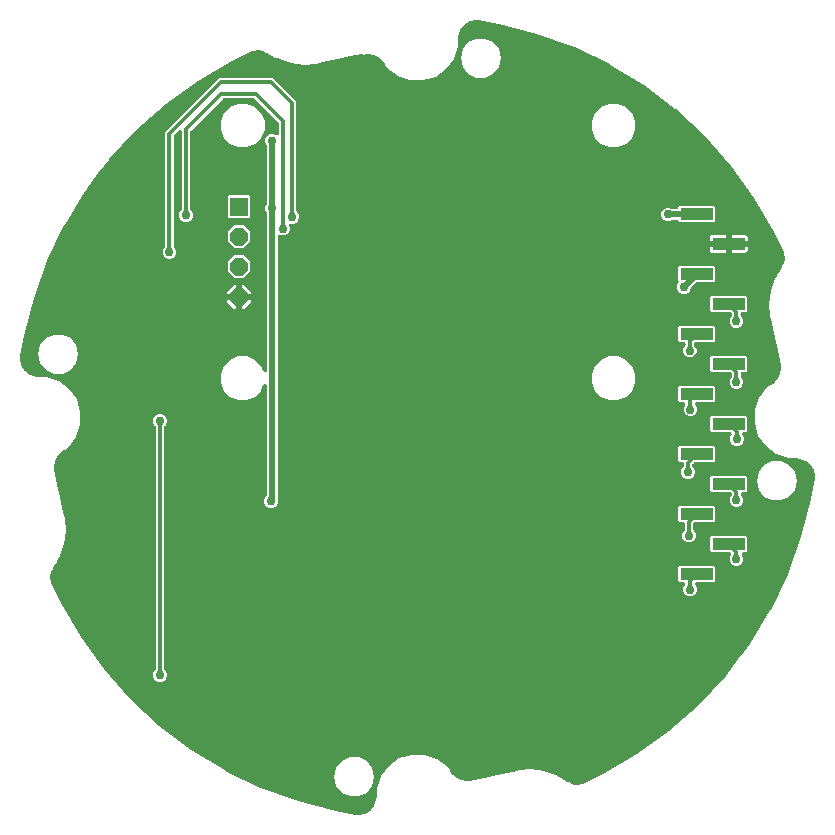
<source format=gbr>
G04 EAGLE Gerber RS-274X export*
G75*
%MOMM*%
%FSLAX34Y34*%
%LPD*%
%INBottom Copper*%
%IPPOS*%
%AMOC8*
5,1,8,0,0,1.08239X$1,22.5*%
G01*
%ADD10R,1.524000X1.524000*%
%ADD11P,1.649562X8X292.500000*%
%ADD12R,2.700000X1.020000*%
%ADD13C,0.756400*%
%ADD14C,0.500000*%
%ADD15C,0.300000*%

G36*
X450466Y163391D02*
X450466Y163391D01*
X450496Y163392D01*
X450510Y163396D01*
X450537Y163399D01*
X455257Y164310D01*
X455405Y164357D01*
X455555Y164400D01*
X455575Y164410D01*
X455586Y164414D01*
X455611Y164429D01*
X455738Y164493D01*
X459871Y166946D01*
X459996Y167041D01*
X460121Y167132D01*
X460137Y167148D01*
X460146Y167156D01*
X460164Y167177D01*
X460262Y167281D01*
X463322Y170988D01*
X463407Y171119D01*
X463495Y171247D01*
X463504Y171268D01*
X463510Y171278D01*
X463520Y171305D01*
X463577Y171435D01*
X465203Y175959D01*
X465224Y176048D01*
X465254Y176134D01*
X465275Y176266D01*
X465282Y176295D01*
X465282Y176310D01*
X465286Y176337D01*
X465494Y178740D01*
X465493Y178774D01*
X465499Y178869D01*
X465499Y185543D01*
X468972Y196071D01*
X475568Y204982D01*
X484623Y211378D01*
X495226Y214616D01*
X506310Y214369D01*
X516758Y210662D01*
X525520Y203870D01*
X527228Y201333D01*
X527721Y200601D01*
X528616Y199272D01*
X528636Y199248D01*
X528678Y199187D01*
X529882Y197644D01*
X529920Y197605D01*
X529952Y197561D01*
X530100Y197418D01*
X533090Y194908D01*
X533180Y194849D01*
X533264Y194783D01*
X533351Y194736D01*
X533379Y194718D01*
X533401Y194710D01*
X533445Y194687D01*
X537012Y193100D01*
X537114Y193068D01*
X537213Y193027D01*
X537310Y193007D01*
X537342Y192997D01*
X537366Y192995D01*
X537414Y192985D01*
X541281Y192445D01*
X541336Y192444D01*
X541390Y192434D01*
X541595Y192434D01*
X543547Y192573D01*
X543580Y192579D01*
X543674Y192588D01*
X552915Y194043D01*
X552937Y194049D01*
X552982Y194055D01*
X571312Y197802D01*
X571334Y197809D01*
X571379Y197817D01*
X580450Y200104D01*
X580458Y200107D01*
X580472Y200110D01*
X581090Y200276D01*
X585659Y201502D01*
X596377Y202207D01*
X607026Y200807D01*
X617197Y197356D01*
X619695Y195913D01*
X619696Y195913D01*
X622054Y194551D01*
X624000Y193428D01*
X626807Y191807D01*
X626808Y191807D01*
X627839Y191212D01*
X627869Y191199D01*
X627944Y191156D01*
X629952Y190201D01*
X629972Y190194D01*
X629991Y190183D01*
X630043Y190167D01*
X630092Y190143D01*
X630267Y190093D01*
X630279Y190089D01*
X630283Y190089D01*
X630290Y190087D01*
X634630Y189182D01*
X634764Y189170D01*
X634899Y189151D01*
X634950Y189153D01*
X634974Y189151D01*
X635007Y189156D01*
X635104Y189160D01*
X639509Y189657D01*
X639583Y189674D01*
X639659Y189682D01*
X639833Y189732D01*
X639846Y189735D01*
X639849Y189737D01*
X639856Y189739D01*
X641944Y190503D01*
X641973Y190518D01*
X642088Y190564D01*
X657098Y197908D01*
X657125Y197925D01*
X657196Y197960D01*
X686041Y214821D01*
X686068Y214841D01*
X686165Y214902D01*
X713210Y234519D01*
X713235Y234542D01*
X713325Y234612D01*
X738308Y256797D01*
X738330Y256822D01*
X738414Y256900D01*
X761091Y281437D01*
X761111Y281463D01*
X761186Y281550D01*
X774307Y298901D01*
X775440Y300400D01*
X776574Y301899D01*
X776574Y301900D01*
X777708Y303399D01*
X778841Y304898D01*
X778842Y304898D01*
X781338Y308200D01*
X781355Y308228D01*
X781421Y308322D01*
X798852Y336826D01*
X798866Y336856D01*
X798923Y336955D01*
X813463Y367037D01*
X813474Y367068D01*
X813521Y367173D01*
X825030Y398539D01*
X825037Y398572D01*
X825074Y398680D01*
X833439Y431027D01*
X833443Y431059D01*
X833462Y431136D01*
X836439Y447579D01*
X836441Y447609D01*
X836442Y447612D01*
X836449Y447641D01*
X836453Y447693D01*
X836460Y447744D01*
X836624Y450151D01*
X836620Y450242D01*
X836626Y450333D01*
X836609Y450466D01*
X836608Y450496D01*
X836604Y450510D01*
X836601Y450537D01*
X835690Y455257D01*
X835643Y455405D01*
X835600Y455555D01*
X835590Y455575D01*
X835586Y455586D01*
X835571Y455611D01*
X835507Y455738D01*
X833054Y459871D01*
X832959Y459995D01*
X832868Y460121D01*
X832852Y460137D01*
X832844Y460146D01*
X832823Y460164D01*
X832719Y460262D01*
X829012Y463322D01*
X828881Y463407D01*
X828753Y463495D01*
X828732Y463504D01*
X828722Y463510D01*
X828695Y463520D01*
X828565Y463577D01*
X824041Y465203D01*
X823952Y465224D01*
X823866Y465254D01*
X823734Y465275D01*
X823705Y465282D01*
X823690Y465282D01*
X823663Y465286D01*
X821260Y465494D01*
X821226Y465493D01*
X821131Y465499D01*
X814457Y465499D01*
X803929Y468972D01*
X795018Y475568D01*
X788622Y484623D01*
X785384Y495226D01*
X785631Y506310D01*
X789338Y516758D01*
X796130Y525520D01*
X800728Y528616D01*
X800751Y528636D01*
X800813Y528678D01*
X802356Y529882D01*
X802395Y529920D01*
X802439Y529952D01*
X802582Y530100D01*
X805092Y533090D01*
X805151Y533180D01*
X805217Y533264D01*
X805264Y533351D01*
X805282Y533379D01*
X805290Y533401D01*
X805313Y533445D01*
X806900Y537012D01*
X806932Y537114D01*
X806973Y537213D01*
X806993Y537310D01*
X807003Y537342D01*
X807005Y537366D01*
X807015Y537414D01*
X807555Y541281D01*
X807556Y541336D01*
X807566Y541390D01*
X807566Y541595D01*
X807427Y543547D01*
X807421Y543580D01*
X807412Y543673D01*
X805957Y552915D01*
X805951Y552937D01*
X805945Y552982D01*
X802198Y571312D01*
X802191Y571334D01*
X802183Y571379D01*
X799896Y580450D01*
X799893Y580458D01*
X799890Y580472D01*
X799882Y580503D01*
X798498Y585659D01*
X797793Y596377D01*
X799193Y607026D01*
X802644Y617197D01*
X804087Y619695D01*
X804087Y619696D01*
X805440Y622040D01*
X806572Y623999D01*
X806572Y624000D01*
X808642Y627585D01*
X808788Y627839D01*
X808801Y627869D01*
X808844Y627944D01*
X809799Y629952D01*
X809824Y630024D01*
X809857Y630092D01*
X809906Y630266D01*
X809911Y630279D01*
X809911Y630283D01*
X809913Y630290D01*
X810818Y634630D01*
X810830Y634764D01*
X810849Y634899D01*
X810847Y634950D01*
X810849Y634974D01*
X810844Y635007D01*
X810840Y635104D01*
X810343Y639509D01*
X810326Y639583D01*
X810318Y639659D01*
X810268Y639833D01*
X810265Y639846D01*
X810263Y639849D01*
X810261Y639856D01*
X809497Y641944D01*
X809483Y641973D01*
X809436Y642088D01*
X802092Y657098D01*
X802075Y657125D01*
X802040Y657196D01*
X785179Y686041D01*
X785159Y686068D01*
X785098Y686165D01*
X765481Y713210D01*
X765458Y713235D01*
X765388Y713325D01*
X743203Y738308D01*
X743178Y738330D01*
X743100Y738414D01*
X718563Y761091D01*
X718537Y761111D01*
X718450Y761186D01*
X691800Y781338D01*
X691772Y781355D01*
X691678Y781421D01*
X663174Y798852D01*
X663144Y798866D01*
X663045Y798923D01*
X632963Y813463D01*
X632932Y813474D01*
X632827Y813521D01*
X601461Y825030D01*
X601428Y825037D01*
X601320Y825074D01*
X568973Y833439D01*
X568941Y833443D01*
X568864Y833462D01*
X552421Y836439D01*
X552392Y836441D01*
X552256Y836460D01*
X549849Y836624D01*
X549758Y836620D01*
X549667Y836626D01*
X549534Y836609D01*
X549504Y836608D01*
X549490Y836604D01*
X549463Y836601D01*
X544743Y835690D01*
X544595Y835643D01*
X544445Y835600D01*
X544425Y835590D01*
X544414Y835586D01*
X544389Y835571D01*
X544262Y835507D01*
X540129Y833054D01*
X540005Y832959D01*
X539879Y832868D01*
X539863Y832852D01*
X539854Y832844D01*
X539836Y832823D01*
X539738Y832719D01*
X536678Y829012D01*
X536593Y828881D01*
X536505Y828753D01*
X536496Y828732D01*
X536490Y828722D01*
X536480Y828695D01*
X536423Y828565D01*
X534797Y824041D01*
X534776Y823952D01*
X534746Y823866D01*
X534725Y823734D01*
X534718Y823705D01*
X534718Y823690D01*
X534714Y823663D01*
X534506Y821260D01*
X534507Y821226D01*
X534501Y821131D01*
X534501Y814457D01*
X531028Y803929D01*
X524432Y795018D01*
X515377Y788622D01*
X504774Y785384D01*
X493690Y785631D01*
X483242Y789338D01*
X474480Y796130D01*
X472772Y798667D01*
X472092Y799676D01*
X471384Y800728D01*
X471364Y800751D01*
X471322Y800813D01*
X470118Y802356D01*
X470080Y802395D01*
X470048Y802439D01*
X469900Y802582D01*
X466910Y805092D01*
X466820Y805151D01*
X466737Y805217D01*
X466649Y805264D01*
X466621Y805282D01*
X466599Y805290D01*
X466555Y805313D01*
X462988Y806900D01*
X462886Y806932D01*
X462787Y806973D01*
X462690Y806993D01*
X462658Y807003D01*
X462634Y807005D01*
X462586Y807015D01*
X458719Y807555D01*
X458664Y807556D01*
X458610Y807566D01*
X458405Y807566D01*
X456453Y807427D01*
X456423Y807421D01*
X456349Y807416D01*
X454503Y807154D01*
X453984Y807544D01*
X453854Y807620D01*
X453726Y807700D01*
X453704Y807707D01*
X453685Y807718D01*
X453541Y807763D01*
X453398Y807811D01*
X453376Y807813D01*
X453355Y807820D01*
X453204Y807830D01*
X453054Y807844D01*
X453025Y807842D01*
X453010Y807843D01*
X452979Y807838D01*
X452850Y807826D01*
X446923Y806893D01*
X446901Y806887D01*
X446856Y806881D01*
X428469Y803123D01*
X428448Y803116D01*
X428403Y803108D01*
X419303Y800813D01*
X419296Y800810D01*
X419281Y800808D01*
X417261Y800265D01*
X414185Y799440D01*
X403654Y798747D01*
X393191Y800122D01*
X383197Y803514D01*
X381602Y804435D01*
X381475Y804490D01*
X381349Y804551D01*
X381316Y804558D01*
X381285Y804572D01*
X381148Y804596D01*
X381012Y804627D01*
X380978Y804627D01*
X380945Y804633D01*
X380806Y804625D01*
X380666Y804624D01*
X380622Y804615D01*
X380599Y804614D01*
X380567Y804604D01*
X380465Y804584D01*
X379767Y804397D01*
X372805Y808417D01*
X372161Y808788D01*
X372131Y808801D01*
X372056Y808844D01*
X370048Y809799D01*
X369976Y809824D01*
X369908Y809857D01*
X369734Y809906D01*
X369721Y809911D01*
X369717Y809911D01*
X369710Y809913D01*
X365370Y810818D01*
X365236Y810830D01*
X365101Y810849D01*
X365050Y810847D01*
X365026Y810849D01*
X364993Y810844D01*
X364896Y810840D01*
X360491Y810343D01*
X360417Y810326D01*
X360341Y810318D01*
X360167Y810268D01*
X360154Y810265D01*
X360151Y810263D01*
X360144Y810261D01*
X358056Y809497D01*
X358027Y809483D01*
X357912Y809436D01*
X342902Y802092D01*
X342875Y802075D01*
X342804Y802040D01*
X313959Y785179D01*
X313932Y785159D01*
X313835Y785098D01*
X286790Y765481D01*
X286765Y765458D01*
X286675Y765388D01*
X261692Y743203D01*
X261670Y743178D01*
X261586Y743100D01*
X238909Y718563D01*
X238889Y718537D01*
X238814Y718450D01*
X234693Y713001D01*
X233560Y711501D01*
X232426Y710002D01*
X221089Y695010D01*
X219955Y693510D01*
X218662Y691800D01*
X218645Y691772D01*
X218579Y691678D01*
X201148Y663174D01*
X201134Y663144D01*
X201077Y663045D01*
X186537Y632963D01*
X186526Y632932D01*
X186479Y632827D01*
X174970Y601461D01*
X174963Y601428D01*
X174926Y601320D01*
X166561Y568973D01*
X166557Y568941D01*
X166538Y568864D01*
X163561Y552421D01*
X163559Y552391D01*
X163558Y552388D01*
X163551Y552359D01*
X163547Y552307D01*
X163540Y552256D01*
X163376Y549849D01*
X163380Y549758D01*
X163374Y549667D01*
X163391Y549534D01*
X163392Y549504D01*
X163396Y549490D01*
X163399Y549463D01*
X164310Y544743D01*
X164357Y544595D01*
X164400Y544445D01*
X164410Y544425D01*
X164414Y544414D01*
X164429Y544389D01*
X164493Y544262D01*
X166946Y540129D01*
X167041Y540004D01*
X167132Y539879D01*
X167148Y539863D01*
X167156Y539854D01*
X167177Y539836D01*
X167281Y539738D01*
X170988Y536678D01*
X171119Y536593D01*
X171247Y536505D01*
X171268Y536496D01*
X171278Y536490D01*
X171305Y536480D01*
X171435Y536423D01*
X175959Y534797D01*
X176048Y534776D01*
X176134Y534746D01*
X176266Y534725D01*
X176295Y534718D01*
X176310Y534718D01*
X176337Y534714D01*
X178740Y534506D01*
X178774Y534507D01*
X178869Y534501D01*
X185543Y534501D01*
X196071Y531028D01*
X204982Y524432D01*
X211378Y515377D01*
X214616Y504774D01*
X214369Y493690D01*
X210662Y483242D01*
X203870Y474480D01*
X201333Y472772D01*
X200597Y472276D01*
X199272Y471384D01*
X199248Y471364D01*
X199187Y471322D01*
X197644Y470118D01*
X197605Y470080D01*
X197561Y470048D01*
X197418Y469900D01*
X194908Y466910D01*
X194849Y466820D01*
X194783Y466736D01*
X194736Y466649D01*
X194718Y466621D01*
X194710Y466599D01*
X194687Y466555D01*
X193100Y462988D01*
X193068Y462886D01*
X193027Y462787D01*
X193007Y462690D01*
X192997Y462658D01*
X192995Y462634D01*
X192985Y462586D01*
X192445Y458719D01*
X192444Y458664D01*
X192434Y458610D01*
X192434Y458405D01*
X192573Y456453D01*
X192579Y456420D01*
X192588Y456327D01*
X194043Y447085D01*
X194049Y447063D01*
X194055Y447018D01*
X197802Y428688D01*
X197809Y428666D01*
X197817Y428621D01*
X200104Y419550D01*
X200107Y419542D01*
X200110Y419528D01*
X200693Y417355D01*
X201502Y414341D01*
X202207Y403623D01*
X200807Y392974D01*
X197356Y382803D01*
X195913Y380305D01*
X195913Y380304D01*
X194501Y377860D01*
X194501Y377859D01*
X193428Y376001D01*
X193428Y376000D01*
X191376Y372447D01*
X191212Y372161D01*
X191199Y372131D01*
X191156Y372056D01*
X190201Y370048D01*
X190176Y369976D01*
X190143Y369908D01*
X190094Y369734D01*
X190089Y369721D01*
X190089Y369717D01*
X190087Y369710D01*
X189182Y365370D01*
X189170Y365236D01*
X189151Y365101D01*
X189153Y365050D01*
X189151Y365026D01*
X189156Y364993D01*
X189160Y364896D01*
X189657Y360491D01*
X189674Y360417D01*
X189682Y360341D01*
X189732Y360167D01*
X189735Y360154D01*
X189737Y360151D01*
X189739Y360144D01*
X190503Y358056D01*
X190518Y358027D01*
X190564Y357912D01*
X197908Y342902D01*
X197925Y342875D01*
X197960Y342804D01*
X214821Y313959D01*
X214841Y313932D01*
X214902Y313835D01*
X234519Y286790D01*
X234542Y286765D01*
X234612Y286675D01*
X256797Y261692D01*
X256822Y261670D01*
X256900Y261586D01*
X281437Y238909D01*
X281463Y238889D01*
X281550Y238814D01*
X308200Y218662D01*
X308228Y218645D01*
X308322Y218579D01*
X336826Y201148D01*
X336856Y201134D01*
X336955Y201077D01*
X367037Y186537D01*
X367068Y186526D01*
X367173Y186479D01*
X398539Y174970D01*
X398572Y174963D01*
X398680Y174926D01*
X431027Y166561D01*
X431059Y166557D01*
X431136Y166538D01*
X447579Y163561D01*
X447608Y163559D01*
X447744Y163540D01*
X450151Y163376D01*
X450242Y163380D01*
X450333Y163374D01*
X450466Y163391D01*
G37*
%LPC*%
G36*
X374850Y423217D02*
X374850Y423217D01*
X372724Y424098D01*
X371098Y425724D01*
X370217Y427850D01*
X370217Y430150D01*
X371098Y432276D01*
X372060Y433238D01*
X372147Y433347D01*
X372238Y433453D01*
X372254Y433483D01*
X372275Y433509D01*
X372334Y433635D01*
X372399Y433759D01*
X372407Y433792D01*
X372422Y433822D01*
X372450Y433958D01*
X372485Y434094D01*
X372488Y434139D01*
X372493Y434161D01*
X372492Y434194D01*
X372499Y434298D01*
X372499Y526920D01*
X372493Y526972D01*
X372496Y527024D01*
X372473Y527143D01*
X372459Y527263D01*
X372442Y527313D01*
X372432Y527364D01*
X372383Y527474D01*
X372342Y527589D01*
X372313Y527632D01*
X372292Y527680D01*
X372219Y527777D01*
X372153Y527878D01*
X372115Y527914D01*
X372084Y527956D01*
X371990Y528033D01*
X371903Y528117D01*
X371858Y528143D01*
X371818Y528177D01*
X371709Y528231D01*
X371605Y528292D01*
X371555Y528307D01*
X371508Y528331D01*
X371390Y528358D01*
X371274Y528394D01*
X371222Y528398D01*
X371171Y528409D01*
X371050Y528409D01*
X370929Y528418D01*
X370878Y528409D01*
X370826Y528409D01*
X370708Y528381D01*
X370588Y528362D01*
X370540Y528342D01*
X370489Y528329D01*
X370381Y528275D01*
X370269Y528229D01*
X370227Y528198D01*
X370180Y528175D01*
X370087Y528098D01*
X369989Y528027D01*
X369954Y527987D01*
X369914Y527954D01*
X369841Y527857D01*
X369762Y527766D01*
X369738Y527719D01*
X369706Y527677D01*
X369615Y527494D01*
X367689Y522845D01*
X362485Y517640D01*
X355685Y514824D01*
X348325Y514824D01*
X341525Y517640D01*
X336321Y522845D01*
X333504Y529645D01*
X333504Y537005D01*
X336321Y543804D01*
X341525Y549009D01*
X348325Y551825D01*
X355685Y551825D01*
X362485Y549009D01*
X367689Y543804D01*
X369615Y539156D01*
X369640Y539110D01*
X369658Y539061D01*
X369724Y538959D01*
X369783Y538853D01*
X369818Y538815D01*
X369847Y538771D01*
X369934Y538688D01*
X370016Y538598D01*
X370059Y538568D01*
X370097Y538532D01*
X370201Y538471D01*
X370301Y538403D01*
X370350Y538384D01*
X370395Y538357D01*
X370511Y538322D01*
X370624Y538278D01*
X370676Y538271D01*
X370726Y538255D01*
X370846Y538247D01*
X370966Y538230D01*
X371018Y538235D01*
X371071Y538232D01*
X371190Y538251D01*
X371311Y538263D01*
X371360Y538279D01*
X371412Y538288D01*
X371523Y538334D01*
X371638Y538373D01*
X371683Y538400D01*
X371731Y538420D01*
X371829Y538491D01*
X371932Y538555D01*
X371969Y538592D01*
X372011Y538623D01*
X372091Y538714D01*
X372176Y538800D01*
X372204Y538844D01*
X372238Y538884D01*
X372294Y538991D01*
X372358Y539094D01*
X372375Y539143D01*
X372399Y539190D01*
X372429Y539307D01*
X372467Y539422D01*
X372472Y539474D01*
X372485Y539525D01*
X372499Y539729D01*
X372499Y672702D01*
X372483Y672840D01*
X372473Y672979D01*
X372463Y673012D01*
X372459Y673045D01*
X372412Y673176D01*
X372371Y673309D01*
X372353Y673339D01*
X372342Y673370D01*
X372266Y673487D01*
X372195Y673607D01*
X372165Y673641D01*
X372153Y673660D01*
X372129Y673683D01*
X372102Y673714D01*
X371217Y675850D01*
X371217Y678150D01*
X372106Y680296D01*
X372147Y680347D01*
X372238Y680453D01*
X372254Y680483D01*
X372275Y680509D01*
X372334Y680635D01*
X372399Y680759D01*
X372407Y680792D01*
X372422Y680822D01*
X372450Y680958D01*
X372485Y681094D01*
X372488Y681139D01*
X372493Y681161D01*
X372492Y681194D01*
X372499Y681298D01*
X372499Y729702D01*
X372483Y729840D01*
X372473Y729979D01*
X372463Y730012D01*
X372459Y730045D01*
X372412Y730176D01*
X372371Y730309D01*
X372353Y730338D01*
X372342Y730370D01*
X372266Y730487D01*
X372195Y730607D01*
X372165Y730641D01*
X372153Y730660D01*
X372129Y730683D01*
X372060Y730762D01*
X371598Y731224D01*
X370717Y733350D01*
X370717Y735650D01*
X371598Y737776D01*
X373224Y739402D01*
X375350Y740283D01*
X377650Y740283D01*
X379776Y739402D01*
X379940Y739238D01*
X380022Y739173D01*
X380097Y739101D01*
X380157Y739066D01*
X380211Y739023D01*
X380305Y738979D01*
X380395Y738926D01*
X380461Y738906D01*
X380524Y738877D01*
X380626Y738855D01*
X380726Y738824D01*
X380795Y738820D01*
X380862Y738805D01*
X380966Y738808D01*
X381071Y738801D01*
X381139Y738812D01*
X381208Y738813D01*
X381309Y738840D01*
X381412Y738857D01*
X381476Y738883D01*
X381542Y738901D01*
X381635Y738949D01*
X381731Y738989D01*
X381787Y739030D01*
X381848Y739062D01*
X381927Y739131D01*
X382011Y739192D01*
X382057Y739244D01*
X382109Y739289D01*
X382170Y739374D01*
X382238Y739453D01*
X382270Y739514D01*
X382311Y739570D01*
X382350Y739666D01*
X382399Y739759D01*
X382416Y739826D01*
X382442Y739890D01*
X382459Y739992D01*
X382485Y740094D01*
X382492Y740198D01*
X382498Y740231D01*
X382496Y740253D01*
X382499Y740298D01*
X382499Y748962D01*
X382483Y749100D01*
X382473Y749239D01*
X382463Y749272D01*
X382459Y749305D01*
X382412Y749436D01*
X382371Y749569D01*
X382353Y749598D01*
X382342Y749630D01*
X382266Y749747D01*
X382195Y749867D01*
X382165Y749901D01*
X382153Y749920D01*
X382129Y749943D01*
X382060Y750022D01*
X362037Y770045D01*
X361928Y770131D01*
X361823Y770223D01*
X361793Y770238D01*
X361766Y770259D01*
X361640Y770319D01*
X361516Y770383D01*
X361484Y770392D01*
X361453Y770406D01*
X361317Y770435D01*
X361182Y770470D01*
X361137Y770473D01*
X361115Y770478D01*
X361081Y770477D01*
X360977Y770484D01*
X336056Y770484D01*
X335917Y770468D01*
X335778Y770458D01*
X335746Y770448D01*
X335712Y770444D01*
X335581Y770397D01*
X335448Y770355D01*
X335419Y770338D01*
X335387Y770327D01*
X335270Y770250D01*
X335150Y770180D01*
X335116Y770150D01*
X335097Y770138D01*
X335074Y770113D01*
X334996Y770045D01*
X307946Y742995D01*
X307860Y742886D01*
X307768Y742781D01*
X307753Y742751D01*
X307732Y742724D01*
X307672Y742598D01*
X307608Y742475D01*
X307599Y742442D01*
X307585Y742411D01*
X307556Y742275D01*
X307521Y742140D01*
X307518Y742095D01*
X307513Y742073D01*
X307514Y742039D01*
X307507Y741935D01*
X307507Y676617D01*
X307523Y676479D01*
X307533Y676339D01*
X307543Y676307D01*
X307547Y676274D01*
X307594Y676143D01*
X307636Y676009D01*
X307653Y675980D01*
X307664Y675948D01*
X307741Y675832D01*
X307811Y675712D01*
X307841Y675677D01*
X307853Y675659D01*
X307878Y675635D01*
X307946Y675557D01*
X308909Y674594D01*
X309789Y672469D01*
X309789Y670168D01*
X308909Y668043D01*
X307282Y666416D01*
X305157Y665536D01*
X302856Y665536D01*
X300731Y666416D01*
X299104Y668043D01*
X298224Y670168D01*
X298224Y672469D01*
X299104Y674594D01*
X300067Y675557D01*
X300153Y675666D01*
X300244Y675771D01*
X300260Y675801D01*
X300281Y675828D01*
X300340Y675954D01*
X300405Y676078D01*
X300414Y676110D01*
X300428Y676141D01*
X300457Y676277D01*
X300492Y676412D01*
X300495Y676457D01*
X300499Y676479D01*
X300499Y676513D01*
X300506Y676617D01*
X300506Y741935D01*
X300494Y742039D01*
X300491Y742143D01*
X300474Y742210D01*
X300466Y742279D01*
X300430Y742377D01*
X300404Y742478D01*
X300372Y742539D01*
X300348Y742604D01*
X300291Y742691D01*
X300243Y742784D01*
X300197Y742836D01*
X300159Y742894D01*
X300084Y742965D01*
X300015Y743044D01*
X299959Y743085D01*
X299909Y743132D01*
X299820Y743185D01*
X299735Y743246D01*
X299671Y743272D01*
X299611Y743307D01*
X299512Y743338D01*
X299415Y743378D01*
X299347Y743389D01*
X299281Y743409D01*
X299177Y743416D01*
X299074Y743433D01*
X299005Y743428D01*
X298936Y743433D01*
X298833Y743416D01*
X298729Y743409D01*
X298663Y743388D01*
X298595Y743377D01*
X298498Y743337D01*
X298399Y743306D01*
X298339Y743271D01*
X298275Y743244D01*
X298191Y743183D01*
X298101Y743130D01*
X298022Y743062D01*
X297995Y743042D01*
X297980Y743025D01*
X297946Y742995D01*
X293940Y738989D01*
X293853Y738880D01*
X293762Y738774D01*
X293746Y738744D01*
X293725Y738718D01*
X293666Y738592D01*
X293601Y738468D01*
X293593Y738436D01*
X293578Y738405D01*
X293550Y738269D01*
X293515Y738134D01*
X293512Y738088D01*
X293507Y738067D01*
X293508Y738033D01*
X293501Y737929D01*
X293501Y645298D01*
X293517Y645160D01*
X293527Y645021D01*
X293537Y644988D01*
X293541Y644955D01*
X293588Y644824D01*
X293629Y644691D01*
X293647Y644661D01*
X293658Y644630D01*
X293734Y644513D01*
X293805Y644393D01*
X293835Y644359D01*
X293847Y644340D01*
X293871Y644317D01*
X293940Y644238D01*
X294902Y643276D01*
X295783Y641150D01*
X295783Y638850D01*
X294902Y636724D01*
X293276Y635098D01*
X291150Y634217D01*
X288850Y634217D01*
X286724Y635098D01*
X285098Y636724D01*
X284217Y638850D01*
X284217Y641150D01*
X285098Y643276D01*
X286060Y644238D01*
X286147Y644347D01*
X286238Y644453D01*
X286254Y644483D01*
X286275Y644509D01*
X286334Y644635D01*
X286399Y644759D01*
X286407Y644792D01*
X286422Y644822D01*
X286450Y644958D01*
X286485Y645094D01*
X286488Y645139D01*
X286493Y645161D01*
X286492Y645194D01*
X286499Y645298D01*
X286499Y741450D01*
X332535Y787485D01*
X377465Y787485D01*
X397501Y767450D01*
X397501Y675298D01*
X397517Y675160D01*
X397527Y675021D01*
X397537Y674988D01*
X397541Y674955D01*
X397588Y674824D01*
X397629Y674691D01*
X397647Y674661D01*
X397658Y674630D01*
X397734Y674513D01*
X397805Y674393D01*
X397835Y674359D01*
X397847Y674340D01*
X397871Y674317D01*
X397940Y674238D01*
X398902Y673276D01*
X399783Y671150D01*
X399783Y668850D01*
X398902Y666724D01*
X397276Y665098D01*
X395150Y664217D01*
X392756Y664217D01*
X392601Y664199D01*
X392446Y664185D01*
X392429Y664179D01*
X392413Y664177D01*
X392265Y664124D01*
X392118Y664075D01*
X392103Y664066D01*
X392087Y664060D01*
X391956Y663974D01*
X391824Y663892D01*
X391812Y663880D01*
X391798Y663871D01*
X391690Y663758D01*
X391580Y663648D01*
X391571Y663633D01*
X391559Y663621D01*
X391480Y663486D01*
X391398Y663353D01*
X391393Y663337D01*
X391384Y663323D01*
X391338Y663174D01*
X391289Y663025D01*
X391287Y663009D01*
X391282Y662992D01*
X391271Y662836D01*
X391257Y662681D01*
X391260Y662664D01*
X391259Y662647D01*
X391284Y662493D01*
X391306Y662339D01*
X391313Y662318D01*
X391315Y662306D01*
X391325Y662281D01*
X391371Y662144D01*
X391783Y661150D01*
X391783Y658850D01*
X390902Y656724D01*
X389276Y655098D01*
X387150Y654217D01*
X384850Y654217D01*
X383574Y654746D01*
X383423Y654789D01*
X383274Y654835D01*
X383257Y654836D01*
X383241Y654840D01*
X383086Y654848D01*
X382929Y654858D01*
X382913Y654856D01*
X382896Y654856D01*
X382742Y654828D01*
X382588Y654802D01*
X382573Y654796D01*
X382556Y654793D01*
X382413Y654729D01*
X382269Y654670D01*
X382255Y654660D01*
X382240Y654653D01*
X382115Y654559D01*
X381989Y654467D01*
X381977Y654455D01*
X381964Y654444D01*
X381865Y654325D01*
X381762Y654206D01*
X381754Y654191D01*
X381743Y654178D01*
X381674Y654039D01*
X381601Y653900D01*
X381597Y653884D01*
X381589Y653869D01*
X381554Y653717D01*
X381515Y653565D01*
X381513Y653544D01*
X381511Y653532D01*
X381511Y653504D01*
X381501Y653361D01*
X381501Y431129D01*
X381503Y431111D01*
X381501Y431092D01*
X381523Y430940D01*
X381541Y430786D01*
X381547Y430768D01*
X381550Y430750D01*
X381615Y430556D01*
X381783Y430150D01*
X381783Y427850D01*
X380902Y425724D01*
X379276Y424098D01*
X377150Y423217D01*
X374850Y423217D01*
G37*
%LPD*%
%LPC*%
G36*
X280850Y276217D02*
X280850Y276217D01*
X278724Y277098D01*
X277098Y278724D01*
X276217Y280850D01*
X276217Y283150D01*
X277098Y285276D01*
X278060Y286238D01*
X278147Y286347D01*
X278238Y286453D01*
X278254Y286483D01*
X278275Y286509D01*
X278334Y286635D01*
X278399Y286759D01*
X278407Y286792D01*
X278422Y286822D01*
X278450Y286958D01*
X278485Y287094D01*
X278488Y287139D01*
X278493Y287161D01*
X278492Y287194D01*
X278499Y287298D01*
X278499Y491702D01*
X278491Y491773D01*
X278491Y491779D01*
X278488Y491799D01*
X278483Y491839D01*
X278473Y491979D01*
X278463Y492012D01*
X278459Y492045D01*
X278438Y492105D01*
X278435Y492120D01*
X278413Y492173D01*
X278412Y492176D01*
X278371Y492309D01*
X278353Y492339D01*
X278342Y492370D01*
X278312Y492416D01*
X278303Y492439D01*
X278256Y492504D01*
X278195Y492607D01*
X278165Y492641D01*
X278153Y492660D01*
X278129Y492683D01*
X278116Y492697D01*
X278100Y492719D01*
X278087Y492731D01*
X278060Y492762D01*
X277098Y493724D01*
X276217Y495850D01*
X276217Y498150D01*
X277098Y500276D01*
X278724Y501902D01*
X280850Y502783D01*
X283150Y502783D01*
X285276Y501902D01*
X286902Y500276D01*
X287783Y498150D01*
X287783Y495850D01*
X286902Y493724D01*
X285940Y492762D01*
X285874Y492678D01*
X285809Y492611D01*
X285793Y492583D01*
X285762Y492547D01*
X285746Y492517D01*
X285725Y492491D01*
X285671Y492374D01*
X285634Y492313D01*
X285628Y492293D01*
X285601Y492241D01*
X285593Y492208D01*
X285578Y492178D01*
X285550Y492042D01*
X285545Y492022D01*
X285532Y491982D01*
X285532Y491972D01*
X285515Y491906D01*
X285512Y491861D01*
X285507Y491839D01*
X285508Y491806D01*
X285501Y491702D01*
X285501Y287298D01*
X285517Y287160D01*
X285527Y287021D01*
X285537Y286988D01*
X285541Y286955D01*
X285588Y286824D01*
X285629Y286691D01*
X285647Y286661D01*
X285658Y286630D01*
X285734Y286513D01*
X285805Y286393D01*
X285835Y286359D01*
X285847Y286340D01*
X285871Y286317D01*
X285940Y286238D01*
X286902Y285276D01*
X287783Y283150D01*
X287783Y280850D01*
X286902Y278724D01*
X285276Y277098D01*
X283150Y276217D01*
X280850Y276217D01*
G37*
%LPD*%
%LPC*%
G36*
X662325Y728824D02*
X662325Y728824D01*
X655525Y731640D01*
X650321Y736845D01*
X647504Y743645D01*
X647504Y751005D01*
X650321Y757804D01*
X655525Y763009D01*
X662325Y765825D01*
X669685Y765825D01*
X676485Y763009D01*
X681689Y757804D01*
X684506Y751005D01*
X684506Y743645D01*
X681689Y736845D01*
X676485Y731640D01*
X669685Y728824D01*
X662325Y728824D01*
G37*
%LPD*%
%LPC*%
G36*
X348325Y728824D02*
X348325Y728824D01*
X341525Y731640D01*
X336321Y736845D01*
X333504Y743645D01*
X333504Y751005D01*
X336321Y757804D01*
X341525Y763009D01*
X348325Y765825D01*
X355685Y765825D01*
X362485Y763009D01*
X367689Y757804D01*
X370506Y751005D01*
X370506Y743645D01*
X367689Y736845D01*
X362485Y731640D01*
X355685Y728824D01*
X348325Y728824D01*
G37*
%LPD*%
%LPC*%
G36*
X662325Y514824D02*
X662325Y514824D01*
X655525Y517640D01*
X650321Y522845D01*
X647504Y529645D01*
X647504Y537005D01*
X650321Y543804D01*
X655525Y549009D01*
X662325Y551825D01*
X669685Y551825D01*
X676485Y549009D01*
X681689Y543804D01*
X684506Y537005D01*
X684506Y529645D01*
X681689Y522845D01*
X676485Y517640D01*
X669685Y514824D01*
X662325Y514824D01*
G37*
%LPD*%
%LPC*%
G36*
X800531Y429806D02*
X800531Y429806D01*
X793730Y433081D01*
X789023Y438983D01*
X787343Y446343D01*
X789023Y453702D01*
X793730Y459604D01*
X800531Y462880D01*
X808080Y462880D01*
X814881Y459604D01*
X819588Y453702D01*
X821268Y446343D01*
X819588Y438983D01*
X814881Y433081D01*
X808080Y429806D01*
X800531Y429806D01*
G37*
%LPD*%
%LPC*%
G36*
X191920Y537120D02*
X191920Y537120D01*
X185119Y540396D01*
X180412Y546298D01*
X178732Y553657D01*
X180412Y561017D01*
X185119Y566919D01*
X191920Y570194D01*
X199469Y570194D01*
X206270Y566919D01*
X210977Y561017D01*
X212657Y553657D01*
X210977Y546298D01*
X206270Y540396D01*
X199469Y537120D01*
X191920Y537120D01*
G37*
%LPD*%
%LPC*%
G36*
X442568Y179158D02*
X442568Y179158D01*
X435767Y182433D01*
X431060Y188335D01*
X429381Y195694D01*
X431060Y203054D01*
X435767Y208956D01*
X442568Y212231D01*
X450117Y212231D01*
X456918Y208956D01*
X461625Y203054D01*
X463305Y195694D01*
X461625Y188335D01*
X456918Y182433D01*
X450117Y179158D01*
X442568Y179158D01*
G37*
%LPD*%
%LPC*%
G36*
X549883Y787769D02*
X549883Y787769D01*
X543082Y791044D01*
X538375Y796946D01*
X536695Y804306D01*
X538375Y811665D01*
X543082Y817567D01*
X549883Y820842D01*
X557432Y820842D01*
X564233Y817567D01*
X568940Y811665D01*
X570619Y804306D01*
X568940Y796946D01*
X564233Y791044D01*
X557432Y787769D01*
X549883Y787769D01*
G37*
%LPD*%
%LPC*%
G36*
X728850Y394217D02*
X728850Y394217D01*
X726724Y395098D01*
X725098Y396724D01*
X724217Y398850D01*
X724217Y401150D01*
X725098Y403276D01*
X726060Y404238D01*
X726147Y404347D01*
X726238Y404453D01*
X726254Y404483D01*
X726275Y404509D01*
X726334Y404635D01*
X726399Y404759D01*
X726407Y404792D01*
X726422Y404822D01*
X726450Y404958D01*
X726485Y405094D01*
X726488Y405139D01*
X726493Y405161D01*
X726492Y405194D01*
X726499Y405298D01*
X726499Y409800D01*
X726495Y409835D01*
X726498Y409871D01*
X726475Y410007D01*
X726459Y410143D01*
X726447Y410177D01*
X726442Y410212D01*
X726389Y410339D01*
X726342Y410469D01*
X726323Y410498D01*
X726309Y410531D01*
X726228Y410643D01*
X726153Y410758D01*
X726127Y410783D01*
X726107Y410811D01*
X726003Y410902D01*
X725903Y410997D01*
X725872Y411015D01*
X725846Y411038D01*
X725723Y411102D01*
X725605Y411172D01*
X725571Y411182D01*
X725539Y411199D01*
X725406Y411233D01*
X725274Y411274D01*
X725239Y411276D01*
X725205Y411285D01*
X725000Y411299D01*
X722171Y411299D01*
X720999Y412471D01*
X720999Y424329D01*
X722171Y425501D01*
X750829Y425501D01*
X752001Y424329D01*
X752001Y412471D01*
X750829Y411299D01*
X735000Y411299D01*
X734965Y411295D01*
X734929Y411298D01*
X734793Y411275D01*
X734657Y411259D01*
X734623Y411247D01*
X734588Y411242D01*
X734461Y411189D01*
X734331Y411142D01*
X734302Y411123D01*
X734269Y411109D01*
X734157Y411028D01*
X734042Y410953D01*
X734017Y410927D01*
X733989Y410907D01*
X733898Y410803D01*
X733803Y410703D01*
X733785Y410672D01*
X733762Y410646D01*
X733698Y410523D01*
X733628Y410405D01*
X733618Y410371D01*
X733601Y410339D01*
X733567Y410206D01*
X733526Y410074D01*
X733524Y410039D01*
X733515Y410005D01*
X733501Y409800D01*
X733501Y405298D01*
X733517Y405160D01*
X733527Y405021D01*
X733537Y404988D01*
X733541Y404955D01*
X733588Y404824D01*
X733629Y404691D01*
X733647Y404661D01*
X733658Y404630D01*
X733734Y404513D01*
X733805Y404393D01*
X733835Y404359D01*
X733847Y404340D01*
X733871Y404317D01*
X733940Y404238D01*
X734902Y403276D01*
X735783Y401150D01*
X735783Y398850D01*
X734902Y396724D01*
X733276Y395098D01*
X731150Y394217D01*
X728850Y394217D01*
G37*
%LPD*%
%LPC*%
G36*
X722171Y665299D02*
X722171Y665299D01*
X720865Y666606D01*
X720842Y666669D01*
X720823Y666698D01*
X720809Y666731D01*
X720728Y666843D01*
X720653Y666958D01*
X720627Y666983D01*
X720607Y667011D01*
X720503Y667102D01*
X720403Y667197D01*
X720372Y667215D01*
X720346Y667238D01*
X720223Y667302D01*
X720105Y667372D01*
X720071Y667382D01*
X720039Y667399D01*
X719906Y667433D01*
X719774Y667474D01*
X719739Y667476D01*
X719705Y667485D01*
X719500Y667499D01*
X716298Y667499D01*
X716160Y667483D01*
X716021Y667473D01*
X715988Y667463D01*
X715955Y667459D01*
X715824Y667412D01*
X715691Y667371D01*
X715661Y667353D01*
X715630Y667342D01*
X715513Y667266D01*
X715393Y667195D01*
X715359Y667165D01*
X715340Y667153D01*
X715317Y667129D01*
X715286Y667102D01*
X713150Y666217D01*
X710850Y666217D01*
X708724Y667098D01*
X707098Y668724D01*
X706217Y670850D01*
X706217Y673150D01*
X707098Y675276D01*
X708724Y676902D01*
X710850Y677783D01*
X713150Y677783D01*
X715296Y676894D01*
X715347Y676853D01*
X715453Y676762D01*
X715483Y676746D01*
X715509Y676725D01*
X715635Y676666D01*
X715759Y676601D01*
X715792Y676593D01*
X715822Y676578D01*
X715958Y676550D01*
X716094Y676515D01*
X716139Y676512D01*
X716161Y676507D01*
X716194Y676508D01*
X716298Y676501D01*
X719500Y676501D01*
X719535Y676505D01*
X719571Y676502D01*
X719707Y676525D01*
X719843Y676541D01*
X719877Y676553D01*
X719912Y676558D01*
X720039Y676611D01*
X720169Y676658D01*
X720198Y676677D01*
X720231Y676691D01*
X720343Y676772D01*
X720458Y676847D01*
X720483Y676873D01*
X720511Y676893D01*
X720602Y676997D01*
X720697Y677097D01*
X720715Y677128D01*
X720738Y677154D01*
X720802Y677277D01*
X720872Y677395D01*
X720882Y677429D01*
X720899Y677461D01*
X720933Y677594D01*
X720974Y677726D01*
X720976Y677761D01*
X720985Y677795D01*
X720999Y678000D01*
X720999Y678329D01*
X722171Y679501D01*
X750829Y679501D01*
X752001Y678329D01*
X752001Y666471D01*
X750829Y665299D01*
X722171Y665299D01*
G37*
%LPD*%
%LPC*%
G36*
X727988Y448114D02*
X727988Y448114D01*
X725862Y448994D01*
X724236Y450621D01*
X723355Y452746D01*
X723355Y455047D01*
X724236Y457172D01*
X725198Y458134D01*
X725285Y458243D01*
X725376Y458349D01*
X725392Y458379D01*
X725413Y458405D01*
X725472Y458531D01*
X725537Y458655D01*
X725545Y458688D01*
X725560Y458718D01*
X725588Y458855D01*
X725623Y458990D01*
X725626Y459035D01*
X725631Y459057D01*
X725630Y459090D01*
X725637Y459195D01*
X725637Y460600D01*
X725633Y460635D01*
X725636Y460671D01*
X725613Y460807D01*
X725597Y460943D01*
X725585Y460977D01*
X725580Y461012D01*
X725527Y461139D01*
X725480Y461269D01*
X725461Y461298D01*
X725447Y461331D01*
X725366Y461443D01*
X725291Y461558D01*
X725266Y461583D01*
X725245Y461611D01*
X725141Y461702D01*
X725041Y461797D01*
X725010Y461815D01*
X724984Y461838D01*
X724861Y461902D01*
X724743Y461972D01*
X724709Y461982D01*
X724678Y461999D01*
X724544Y462033D01*
X724412Y462074D01*
X724377Y462076D01*
X724343Y462085D01*
X724138Y462099D01*
X722171Y462099D01*
X720999Y463271D01*
X720999Y475129D01*
X722171Y476301D01*
X750829Y476301D01*
X752001Y475129D01*
X752001Y463271D01*
X750829Y462099D01*
X734971Y462099D01*
X734833Y462083D01*
X734694Y462073D01*
X734661Y462063D01*
X734628Y462059D01*
X734497Y462012D01*
X734363Y461971D01*
X734334Y461953D01*
X734302Y461942D01*
X734186Y461866D01*
X734066Y461795D01*
X734032Y461765D01*
X734013Y461753D01*
X733990Y461729D01*
X733911Y461660D01*
X733078Y460827D01*
X732992Y460718D01*
X732900Y460613D01*
X732884Y460583D01*
X732863Y460556D01*
X732804Y460430D01*
X732739Y460306D01*
X732731Y460274D01*
X732716Y460243D01*
X732688Y460107D01*
X732653Y459972D01*
X732650Y459927D01*
X732645Y459905D01*
X732646Y459871D01*
X732639Y459767D01*
X732639Y459195D01*
X732655Y459056D01*
X732665Y458917D01*
X732675Y458885D01*
X732679Y458851D01*
X732726Y458720D01*
X732767Y458587D01*
X732785Y458558D01*
X732796Y458526D01*
X732872Y458409D01*
X732943Y458289D01*
X732973Y458255D01*
X732985Y458236D01*
X733009Y458213D01*
X733078Y458134D01*
X734040Y457172D01*
X734921Y455047D01*
X734921Y452746D01*
X734040Y450621D01*
X732414Y448994D01*
X730288Y448114D01*
X727988Y448114D01*
G37*
%LPD*%
%LPC*%
G36*
X768850Y524217D02*
X768850Y524217D01*
X766724Y525098D01*
X765098Y526724D01*
X764217Y528850D01*
X764217Y531150D01*
X765098Y533276D01*
X766060Y534238D01*
X766147Y534347D01*
X766238Y534453D01*
X766254Y534483D01*
X766275Y534509D01*
X766334Y534635D01*
X766399Y534759D01*
X766407Y534792D01*
X766422Y534822D01*
X766450Y534958D01*
X766485Y535094D01*
X766488Y535139D01*
X766493Y535161D01*
X766492Y535194D01*
X766499Y535298D01*
X766499Y536800D01*
X766495Y536835D01*
X766498Y536871D01*
X766475Y537007D01*
X766459Y537143D01*
X766447Y537177D01*
X766442Y537212D01*
X766389Y537339D01*
X766342Y537469D01*
X766323Y537498D01*
X766309Y537531D01*
X766228Y537643D01*
X766153Y537758D01*
X766127Y537783D01*
X766107Y537811D01*
X766003Y537902D01*
X765903Y537997D01*
X765872Y538015D01*
X765846Y538038D01*
X765723Y538102D01*
X765605Y538172D01*
X765571Y538182D01*
X765539Y538199D01*
X765406Y538233D01*
X765274Y538274D01*
X765239Y538276D01*
X765205Y538285D01*
X765000Y538299D01*
X749171Y538299D01*
X747999Y539471D01*
X747999Y551329D01*
X749171Y552501D01*
X777829Y552501D01*
X779001Y551329D01*
X779001Y539471D01*
X777829Y538299D01*
X775000Y538299D01*
X774965Y538295D01*
X774929Y538298D01*
X774793Y538275D01*
X774657Y538259D01*
X774623Y538247D01*
X774588Y538242D01*
X774461Y538189D01*
X774331Y538142D01*
X774302Y538123D01*
X774269Y538109D01*
X774157Y538028D01*
X774042Y537953D01*
X774017Y537927D01*
X773989Y537907D01*
X773898Y537803D01*
X773803Y537703D01*
X773785Y537672D01*
X773762Y537646D01*
X773698Y537523D01*
X773628Y537405D01*
X773618Y537371D01*
X773601Y537339D01*
X773567Y537206D01*
X773526Y537074D01*
X773524Y537039D01*
X773515Y537005D01*
X773501Y536800D01*
X773501Y535298D01*
X773517Y535160D01*
X773527Y535021D01*
X773537Y534988D01*
X773541Y534955D01*
X773588Y534824D01*
X773629Y534691D01*
X773647Y534661D01*
X773658Y534630D01*
X773734Y534513D01*
X773805Y534393D01*
X773835Y534359D01*
X773847Y534340D01*
X773871Y534317D01*
X773940Y534238D01*
X774902Y533276D01*
X775783Y531150D01*
X775783Y528850D01*
X774902Y526724D01*
X773276Y525098D01*
X771150Y524217D01*
X768850Y524217D01*
G37*
%LPD*%
%LPC*%
G36*
X768833Y575656D02*
X768833Y575656D01*
X766708Y576536D01*
X765081Y578163D01*
X764201Y580288D01*
X764201Y582589D01*
X765081Y584714D01*
X766044Y585676D01*
X766130Y585786D01*
X766222Y585891D01*
X766238Y585921D01*
X766258Y585948D01*
X766318Y586074D01*
X766383Y586197D01*
X766391Y586230D01*
X766405Y586261D01*
X766434Y586397D01*
X766469Y586532D01*
X766472Y586577D01*
X766477Y586599D01*
X766476Y586633D01*
X766483Y586737D01*
X766483Y587600D01*
X766479Y587635D01*
X766481Y587671D01*
X766459Y587807D01*
X766443Y587943D01*
X766431Y587977D01*
X766425Y588012D01*
X766372Y588139D01*
X766326Y588269D01*
X766306Y588298D01*
X766293Y588331D01*
X766212Y588443D01*
X766137Y588558D01*
X766111Y588583D01*
X766090Y588611D01*
X765986Y588702D01*
X765887Y588797D01*
X765856Y588815D01*
X765829Y588838D01*
X765707Y588902D01*
X765588Y588972D01*
X765555Y588982D01*
X765523Y588999D01*
X765390Y589033D01*
X765258Y589074D01*
X765223Y589076D01*
X765188Y589085D01*
X764984Y589099D01*
X749171Y589099D01*
X747999Y590271D01*
X747999Y602129D01*
X749171Y603301D01*
X777829Y603301D01*
X779001Y602129D01*
X779001Y590271D01*
X777829Y589099D01*
X774984Y589099D01*
X774949Y589095D01*
X774913Y589098D01*
X774777Y589075D01*
X774640Y589059D01*
X774607Y589047D01*
X774572Y589042D01*
X774445Y588989D01*
X774315Y588942D01*
X774285Y588923D01*
X774253Y588909D01*
X774141Y588828D01*
X774025Y588753D01*
X774001Y588727D01*
X773972Y588707D01*
X773882Y588603D01*
X773787Y588503D01*
X773769Y588472D01*
X773746Y588446D01*
X773681Y588323D01*
X773612Y588205D01*
X773601Y588171D01*
X773585Y588139D01*
X773550Y588006D01*
X773510Y587874D01*
X773507Y587839D01*
X773498Y587805D01*
X773484Y587600D01*
X773484Y586737D01*
X773500Y586598D01*
X773510Y586459D01*
X773520Y586427D01*
X773524Y586393D01*
X773572Y586262D01*
X773613Y586129D01*
X773630Y586100D01*
X773642Y586068D01*
X773718Y585951D01*
X773789Y585831D01*
X773818Y585797D01*
X773831Y585778D01*
X773855Y585755D01*
X773924Y585676D01*
X774886Y584714D01*
X775766Y582589D01*
X775766Y580288D01*
X774886Y578163D01*
X773259Y576536D01*
X771134Y575656D01*
X768833Y575656D01*
G37*
%LPD*%
%LPC*%
G36*
X729327Y550867D02*
X729327Y550867D01*
X727202Y551748D01*
X725575Y553375D01*
X724695Y555500D01*
X724695Y557800D01*
X725575Y559926D01*
X726538Y560888D01*
X726624Y560997D01*
X726716Y561103D01*
X726731Y561133D01*
X726752Y561159D01*
X726811Y561285D01*
X726876Y561409D01*
X726885Y561442D01*
X726899Y561472D01*
X726928Y561609D01*
X726963Y561744D01*
X726966Y561789D01*
X726970Y561811D01*
X726970Y561844D01*
X726977Y561948D01*
X726977Y562200D01*
X726974Y562225D01*
X726975Y562243D01*
X726974Y562251D01*
X726975Y562271D01*
X726953Y562407D01*
X726937Y562543D01*
X726925Y562577D01*
X726919Y562612D01*
X726866Y562739D01*
X726819Y562869D01*
X726800Y562898D01*
X726786Y562931D01*
X726706Y563043D01*
X726631Y563158D01*
X726605Y563183D01*
X726584Y563211D01*
X726480Y563302D01*
X726380Y563397D01*
X726350Y563415D01*
X726323Y563438D01*
X726201Y563502D01*
X726082Y563572D01*
X726048Y563582D01*
X726017Y563599D01*
X725883Y563633D01*
X725752Y563674D01*
X725717Y563676D01*
X725682Y563685D01*
X725478Y563699D01*
X722171Y563699D01*
X720999Y564871D01*
X720999Y576729D01*
X722171Y577901D01*
X750829Y577901D01*
X752001Y576729D01*
X752001Y564871D01*
X750829Y563699D01*
X735477Y563699D01*
X735442Y563695D01*
X735407Y563698D01*
X735271Y563675D01*
X735134Y563659D01*
X735101Y563647D01*
X735066Y563642D01*
X734939Y563589D01*
X734809Y563542D01*
X734779Y563523D01*
X734746Y563509D01*
X734635Y563428D01*
X734519Y563353D01*
X734495Y563327D01*
X734466Y563307D01*
X734376Y563203D01*
X734281Y563103D01*
X734263Y563072D01*
X734239Y563046D01*
X734175Y562923D01*
X734106Y562805D01*
X734095Y562771D01*
X734079Y562739D01*
X734044Y562606D01*
X734004Y562474D01*
X734001Y562439D01*
X733992Y562405D01*
X733978Y562200D01*
X733978Y561948D01*
X733994Y561810D01*
X734004Y561671D01*
X734014Y561639D01*
X734018Y561605D01*
X734065Y561474D01*
X734107Y561341D01*
X734124Y561312D01*
X734136Y561280D01*
X734212Y561163D01*
X734283Y561043D01*
X734312Y561009D01*
X734324Y560990D01*
X734349Y560967D01*
X734417Y560888D01*
X735380Y559926D01*
X736260Y557800D01*
X736260Y555500D01*
X735380Y553375D01*
X733753Y551748D01*
X731628Y550867D01*
X729327Y550867D01*
G37*
%LPD*%
%LPC*%
G36*
X768850Y424217D02*
X768850Y424217D01*
X766724Y425098D01*
X765098Y426724D01*
X764217Y428850D01*
X764217Y431150D01*
X765098Y433276D01*
X765962Y434140D01*
X766027Y434222D01*
X766099Y434297D01*
X766134Y434357D01*
X766177Y434411D01*
X766221Y434505D01*
X766274Y434595D01*
X766294Y434661D01*
X766323Y434724D01*
X766345Y434826D01*
X766376Y434926D01*
X766380Y434995D01*
X766395Y435062D01*
X766392Y435166D01*
X766399Y435271D01*
X766388Y435339D01*
X766387Y435408D01*
X766360Y435509D01*
X766343Y435612D01*
X766317Y435675D01*
X766299Y435742D01*
X766251Y435835D01*
X766211Y435931D01*
X766170Y435987D01*
X766138Y436048D01*
X766069Y436127D01*
X766008Y436211D01*
X765956Y436257D01*
X765911Y436309D01*
X765826Y436370D01*
X765747Y436438D01*
X765686Y436470D01*
X765630Y436511D01*
X765534Y436550D01*
X765441Y436599D01*
X765374Y436616D01*
X765310Y436642D01*
X765208Y436659D01*
X765106Y436685D01*
X765003Y436692D01*
X764969Y436698D01*
X764947Y436696D01*
X764902Y436699D01*
X749171Y436699D01*
X747999Y437871D01*
X747999Y449729D01*
X749171Y450901D01*
X777829Y450901D01*
X779001Y449729D01*
X779001Y437871D01*
X777829Y436699D01*
X775098Y436699D01*
X774995Y436687D01*
X774890Y436685D01*
X774823Y436667D01*
X774755Y436659D01*
X774657Y436624D01*
X774556Y436598D01*
X774495Y436565D01*
X774430Y436542D01*
X774342Y436485D01*
X774250Y436436D01*
X774198Y436391D01*
X774140Y436353D01*
X774068Y436278D01*
X773989Y436209D01*
X773949Y436153D01*
X773901Y436103D01*
X773849Y436013D01*
X773788Y435928D01*
X773761Y435864D01*
X773726Y435805D01*
X773696Y435705D01*
X773656Y435609D01*
X773645Y435540D01*
X773624Y435474D01*
X773617Y435370D01*
X773600Y435267D01*
X773605Y435198D01*
X773601Y435129D01*
X773618Y435027D01*
X773625Y434922D01*
X773645Y434856D01*
X773657Y434788D01*
X773697Y434692D01*
X773728Y434592D01*
X773763Y434533D01*
X773789Y434469D01*
X773850Y434384D01*
X773903Y434295D01*
X773972Y434216D01*
X773992Y434189D01*
X774008Y434174D01*
X774038Y434140D01*
X774902Y433276D01*
X775783Y431150D01*
X775783Y428850D01*
X774902Y426724D01*
X773276Y425098D01*
X771150Y424217D01*
X768850Y424217D01*
G37*
%LPD*%
%LPC*%
G36*
X729709Y348514D02*
X729709Y348514D01*
X727583Y349395D01*
X725957Y351022D01*
X725076Y353147D01*
X725076Y355447D01*
X725957Y357573D01*
X726324Y357940D01*
X726388Y358022D01*
X726460Y358097D01*
X726495Y358157D01*
X726538Y358211D01*
X726583Y358305D01*
X726635Y358395D01*
X726656Y358461D01*
X726685Y358524D01*
X726707Y358626D01*
X726737Y358726D01*
X726742Y358795D01*
X726756Y358862D01*
X726754Y358966D01*
X726761Y359071D01*
X726750Y359139D01*
X726748Y359208D01*
X726722Y359309D01*
X726705Y359412D01*
X726679Y359475D01*
X726661Y359542D01*
X726612Y359635D01*
X726572Y359731D01*
X726532Y359787D01*
X726500Y359848D01*
X726431Y359927D01*
X726370Y360011D01*
X726318Y360057D01*
X726273Y360109D01*
X726188Y360170D01*
X726109Y360238D01*
X726048Y360270D01*
X725992Y360311D01*
X725895Y360350D01*
X725803Y360399D01*
X725736Y360416D01*
X725672Y360442D01*
X725569Y360459D01*
X725468Y360485D01*
X725364Y360492D01*
X725331Y360498D01*
X725309Y360496D01*
X725264Y360499D01*
X722171Y360499D01*
X720999Y361671D01*
X720999Y373529D01*
X722171Y374701D01*
X750829Y374701D01*
X752001Y373529D01*
X752001Y361671D01*
X750829Y360499D01*
X736454Y360499D01*
X736351Y360487D01*
X736247Y360485D01*
X736180Y360467D01*
X736111Y360459D01*
X736013Y360424D01*
X735912Y360398D01*
X735851Y360365D01*
X735786Y360342D01*
X735698Y360285D01*
X735606Y360236D01*
X735554Y360191D01*
X735496Y360153D01*
X735424Y360078D01*
X735346Y360009D01*
X735305Y359953D01*
X735258Y359903D01*
X735205Y359813D01*
X735144Y359728D01*
X735118Y359664D01*
X735083Y359605D01*
X735052Y359505D01*
X735012Y359409D01*
X735001Y359340D01*
X734981Y359274D01*
X734973Y359170D01*
X734957Y359067D01*
X734962Y358998D01*
X734957Y358929D01*
X734974Y358827D01*
X734981Y358722D01*
X735002Y358656D01*
X735013Y358588D01*
X735053Y358492D01*
X735084Y358392D01*
X735119Y358333D01*
X735146Y358269D01*
X735207Y358184D01*
X735260Y358095D01*
X735328Y358016D01*
X735348Y357989D01*
X735365Y357974D01*
X735394Y357940D01*
X735761Y357573D01*
X736642Y355447D01*
X736642Y353147D01*
X735761Y351022D01*
X734135Y349395D01*
X732009Y348514D01*
X729709Y348514D01*
G37*
%LPD*%
%LPC*%
G36*
X729969Y500992D02*
X729969Y500992D01*
X727843Y501873D01*
X726217Y503499D01*
X725336Y505625D01*
X725336Y507925D01*
X726217Y510051D01*
X726506Y510340D01*
X726571Y510422D01*
X726643Y510497D01*
X726678Y510557D01*
X726721Y510611D01*
X726765Y510705D01*
X726818Y510795D01*
X726838Y510861D01*
X726867Y510924D01*
X726889Y511026D01*
X726920Y511126D01*
X726925Y511195D01*
X726939Y511262D01*
X726936Y511366D01*
X726943Y511471D01*
X726932Y511539D01*
X726931Y511608D01*
X726904Y511709D01*
X726887Y511812D01*
X726861Y511875D01*
X726844Y511942D01*
X726795Y512035D01*
X726755Y512131D01*
X726714Y512187D01*
X726682Y512248D01*
X726614Y512327D01*
X726553Y512411D01*
X726500Y512457D01*
X726455Y512509D01*
X726370Y512570D01*
X726291Y512638D01*
X726230Y512670D01*
X726174Y512711D01*
X726078Y512750D01*
X725985Y512799D01*
X725918Y512816D01*
X725855Y512842D01*
X725752Y512859D01*
X725651Y512885D01*
X725547Y512892D01*
X725513Y512898D01*
X725491Y512896D01*
X725446Y512899D01*
X722171Y512899D01*
X720999Y514071D01*
X720999Y525929D01*
X722171Y527101D01*
X750829Y527101D01*
X752001Y525929D01*
X752001Y514071D01*
X750829Y512899D01*
X736792Y512899D01*
X736689Y512887D01*
X736584Y512885D01*
X736518Y512867D01*
X736449Y512859D01*
X736351Y512824D01*
X736250Y512798D01*
X736189Y512765D01*
X736124Y512742D01*
X736036Y512685D01*
X735944Y512636D01*
X735892Y512591D01*
X735834Y512553D01*
X735762Y512478D01*
X735683Y512409D01*
X735643Y512353D01*
X735595Y512303D01*
X735543Y512213D01*
X735482Y512128D01*
X735455Y512064D01*
X735420Y512005D01*
X735390Y511905D01*
X735350Y511809D01*
X735339Y511740D01*
X735318Y511674D01*
X735311Y511570D01*
X735295Y511467D01*
X735299Y511398D01*
X735295Y511329D01*
X735312Y511226D01*
X735319Y511122D01*
X735340Y511056D01*
X735351Y510988D01*
X735391Y510892D01*
X735422Y510792D01*
X735457Y510733D01*
X735483Y510669D01*
X735544Y510584D01*
X735597Y510495D01*
X735666Y510416D01*
X735686Y510389D01*
X735703Y510374D01*
X735732Y510340D01*
X736021Y510051D01*
X736902Y507925D01*
X736902Y505625D01*
X736021Y503499D01*
X734395Y501873D01*
X732269Y500992D01*
X729969Y500992D01*
G37*
%LPD*%
%LPC*%
G36*
X768850Y374217D02*
X768850Y374217D01*
X766724Y375098D01*
X765098Y376724D01*
X764217Y378850D01*
X764217Y381150D01*
X765098Y383276D01*
X765162Y383340D01*
X765227Y383422D01*
X765299Y383497D01*
X765334Y383557D01*
X765377Y383611D01*
X765421Y383705D01*
X765474Y383795D01*
X765494Y383861D01*
X765523Y383924D01*
X765545Y384026D01*
X765576Y384126D01*
X765580Y384195D01*
X765595Y384262D01*
X765592Y384366D01*
X765599Y384471D01*
X765588Y384539D01*
X765587Y384608D01*
X765560Y384709D01*
X765543Y384812D01*
X765517Y384876D01*
X765499Y384942D01*
X765451Y385035D01*
X765411Y385131D01*
X765370Y385187D01*
X765338Y385248D01*
X765269Y385327D01*
X765208Y385411D01*
X765156Y385457D01*
X765111Y385509D01*
X765026Y385570D01*
X764947Y385638D01*
X764886Y385670D01*
X764830Y385710D01*
X764734Y385750D01*
X764641Y385799D01*
X764574Y385816D01*
X764510Y385842D01*
X764408Y385859D01*
X764306Y385885D01*
X764202Y385892D01*
X764169Y385898D01*
X764147Y385896D01*
X764102Y385899D01*
X749171Y385899D01*
X747999Y387071D01*
X747999Y398929D01*
X749171Y400101D01*
X777829Y400101D01*
X779001Y398929D01*
X779001Y387071D01*
X777829Y385899D01*
X775898Y385899D01*
X775795Y385887D01*
X775690Y385885D01*
X775623Y385867D01*
X775555Y385859D01*
X775457Y385824D01*
X775356Y385798D01*
X775295Y385765D01*
X775230Y385742D01*
X775142Y385685D01*
X775050Y385636D01*
X774998Y385591D01*
X774940Y385553D01*
X774868Y385478D01*
X774789Y385409D01*
X774749Y385353D01*
X774701Y385303D01*
X774649Y385213D01*
X774588Y385128D01*
X774561Y385064D01*
X774526Y385005D01*
X774496Y384905D01*
X774456Y384809D01*
X774445Y384740D01*
X774424Y384674D01*
X774417Y384570D01*
X774400Y384467D01*
X774405Y384398D01*
X774401Y384329D01*
X774418Y384226D01*
X774425Y384122D01*
X774445Y384056D01*
X774457Y383988D01*
X774497Y383892D01*
X774528Y383792D01*
X774563Y383733D01*
X774589Y383669D01*
X774650Y383584D01*
X774703Y383494D01*
X774772Y383416D01*
X774792Y383389D01*
X774809Y383374D01*
X774838Y383340D01*
X774902Y383276D01*
X775783Y381150D01*
X775783Y378850D01*
X774902Y376724D01*
X773276Y375098D01*
X771150Y374217D01*
X768850Y374217D01*
G37*
%LPD*%
%LPC*%
G36*
X769339Y475950D02*
X769339Y475950D01*
X767213Y476831D01*
X765587Y478457D01*
X764706Y480583D01*
X764706Y482883D01*
X765599Y485039D01*
X765655Y485097D01*
X765690Y485157D01*
X765732Y485211D01*
X765777Y485305D01*
X765830Y485395D01*
X765850Y485461D01*
X765879Y485524D01*
X765901Y485626D01*
X765932Y485726D01*
X765936Y485794D01*
X765951Y485862D01*
X765948Y485966D01*
X765955Y486071D01*
X765944Y486139D01*
X765942Y486208D01*
X765916Y486309D01*
X765899Y486412D01*
X765873Y486476D01*
X765855Y486542D01*
X765807Y486635D01*
X765767Y486731D01*
X765726Y486787D01*
X765694Y486848D01*
X765625Y486927D01*
X765564Y487011D01*
X765512Y487057D01*
X765467Y487109D01*
X765382Y487170D01*
X765303Y487238D01*
X765242Y487270D01*
X765186Y487310D01*
X765090Y487350D01*
X764997Y487399D01*
X764930Y487416D01*
X764866Y487442D01*
X764764Y487459D01*
X764662Y487485D01*
X764558Y487492D01*
X764525Y487498D01*
X764503Y487496D01*
X764458Y487499D01*
X749171Y487499D01*
X747999Y488671D01*
X747999Y500529D01*
X749171Y501701D01*
X777829Y501701D01*
X779001Y500529D01*
X779001Y488671D01*
X777829Y487499D01*
X776520Y487499D01*
X776417Y487487D01*
X776312Y487485D01*
X776245Y487467D01*
X776177Y487459D01*
X776079Y487424D01*
X775978Y487398D01*
X775917Y487365D01*
X775852Y487342D01*
X775764Y487285D01*
X775672Y487236D01*
X775620Y487191D01*
X775562Y487153D01*
X775490Y487078D01*
X775411Y487009D01*
X775371Y486953D01*
X775324Y486903D01*
X775271Y486813D01*
X775210Y486728D01*
X775183Y486664D01*
X775149Y486605D01*
X775118Y486505D01*
X775078Y486408D01*
X775067Y486340D01*
X775046Y486274D01*
X775039Y486170D01*
X775023Y486067D01*
X775028Y485998D01*
X775023Y485929D01*
X775040Y485826D01*
X775047Y485722D01*
X775068Y485656D01*
X775079Y485588D01*
X775119Y485492D01*
X775150Y485392D01*
X775185Y485333D01*
X775211Y485269D01*
X775273Y485184D01*
X775326Y485094D01*
X775383Y485028D01*
X776272Y482883D01*
X776272Y480583D01*
X775391Y478457D01*
X773765Y476831D01*
X771639Y475950D01*
X769339Y475950D01*
G37*
%LPD*%
%LPC*%
G36*
X724342Y604809D02*
X724342Y604809D01*
X722217Y605690D01*
X720590Y607317D01*
X719709Y609442D01*
X719709Y611742D01*
X720590Y613868D01*
X720636Y613914D01*
X720658Y613942D01*
X720685Y613965D01*
X720765Y614077D01*
X720851Y614185D01*
X720866Y614217D01*
X720887Y614246D01*
X720939Y614373D01*
X720998Y614498D01*
X721005Y614533D01*
X721019Y614566D01*
X721041Y614702D01*
X721069Y614836D01*
X721068Y614872D01*
X721074Y614907D01*
X721064Y615044D01*
X721061Y615182D01*
X721052Y615217D01*
X721049Y615252D01*
X721008Y615384D01*
X720999Y615418D01*
X720999Y627529D01*
X722171Y628701D01*
X750829Y628701D01*
X752001Y627529D01*
X752001Y615671D01*
X750829Y614499D01*
X736385Y614499D01*
X736247Y614483D01*
X736108Y614473D01*
X736075Y614463D01*
X736042Y614459D01*
X735911Y614412D01*
X735778Y614371D01*
X735749Y614353D01*
X735717Y614342D01*
X735600Y614266D01*
X735480Y614195D01*
X735446Y614165D01*
X735427Y614153D01*
X735404Y614129D01*
X735325Y614060D01*
X731714Y610449D01*
X731628Y610340D01*
X731536Y610234D01*
X731520Y610204D01*
X731499Y610178D01*
X731440Y610052D01*
X731375Y609928D01*
X731367Y609896D01*
X731353Y609865D01*
X731324Y609729D01*
X731289Y609594D01*
X731286Y609548D01*
X731281Y609527D01*
X731282Y609493D01*
X731279Y609452D01*
X730395Y607317D01*
X728768Y605690D01*
X726642Y604809D01*
X724342Y604809D01*
G37*
%LPD*%
%LPC*%
G36*
X340556Y668804D02*
X340556Y668804D01*
X339384Y669976D01*
X339384Y686873D01*
X340556Y688045D01*
X357454Y688045D01*
X358626Y686873D01*
X358626Y669976D01*
X357454Y668804D01*
X340556Y668804D01*
G37*
%LPD*%
%LPC*%
G36*
X345020Y643404D02*
X345020Y643404D01*
X339384Y649040D01*
X339384Y657010D01*
X345020Y662645D01*
X352990Y662645D01*
X358626Y657010D01*
X358626Y649040D01*
X352990Y643404D01*
X345020Y643404D01*
G37*
%LPD*%
%LPC*%
G36*
X345020Y618004D02*
X345020Y618004D01*
X339384Y623640D01*
X339384Y631610D01*
X345020Y637245D01*
X352990Y637245D01*
X358626Y631610D01*
X358626Y623640D01*
X352990Y618004D01*
X345020Y618004D01*
G37*
%LPD*%
%LPC*%
G36*
X766049Y649549D02*
X766049Y649549D01*
X766049Y654641D01*
X777335Y654641D01*
X777981Y654468D01*
X778560Y654133D01*
X779033Y653660D01*
X779368Y653081D01*
X779541Y652435D01*
X779541Y649549D01*
X766049Y649549D01*
G37*
%LPD*%
%LPC*%
G36*
X747459Y649549D02*
X747459Y649549D01*
X747459Y652435D01*
X747632Y653081D01*
X747967Y653660D01*
X748440Y654133D01*
X749019Y654468D01*
X749665Y654641D01*
X760951Y654641D01*
X760951Y649549D01*
X747459Y649549D01*
G37*
%LPD*%
%LPC*%
G36*
X766049Y639359D02*
X766049Y639359D01*
X766049Y644451D01*
X779541Y644451D01*
X779541Y641565D01*
X779368Y640919D01*
X779033Y640340D01*
X778560Y639867D01*
X777981Y639532D01*
X777335Y639359D01*
X766049Y639359D01*
G37*
%LPD*%
%LPC*%
G36*
X749665Y639359D02*
X749665Y639359D01*
X749019Y639532D01*
X748440Y639867D01*
X747967Y640340D01*
X747632Y640919D01*
X747459Y641565D01*
X747459Y644451D01*
X760951Y644451D01*
X760951Y639359D01*
X749665Y639359D01*
G37*
%LPD*%
%LPC*%
G36*
X351544Y604764D02*
X351544Y604764D01*
X351544Y612385D01*
X353214Y612385D01*
X359166Y606433D01*
X359166Y604764D01*
X351544Y604764D01*
G37*
%LPD*%
%LPC*%
G36*
X351544Y592064D02*
X351544Y592064D01*
X351544Y599685D01*
X359166Y599685D01*
X359166Y598016D01*
X353214Y592064D01*
X351544Y592064D01*
G37*
%LPD*%
%LPC*%
G36*
X338844Y604764D02*
X338844Y604764D01*
X338844Y606433D01*
X344796Y612385D01*
X346466Y612385D01*
X346466Y604764D01*
X338844Y604764D01*
G37*
%LPD*%
%LPC*%
G36*
X344796Y592064D02*
X344796Y592064D01*
X338844Y598016D01*
X338844Y599685D01*
X346466Y599685D01*
X346466Y592064D01*
X344796Y592064D01*
G37*
%LPD*%
D10*
X349005Y678425D03*
D11*
X349005Y653025D03*
X349005Y627625D03*
X349005Y602225D03*
D12*
X736500Y621600D03*
X736500Y570800D03*
X763500Y596200D03*
X763500Y545400D03*
X763500Y647000D03*
X736500Y672400D03*
X736500Y469200D03*
X736500Y418400D03*
X763500Y443800D03*
X763500Y393000D03*
X763500Y494600D03*
X736500Y520000D03*
X736500Y367600D03*
D13*
X649850Y460493D03*
X741000Y647000D03*
D14*
X763500Y647000D01*
D13*
X376000Y429000D03*
X377000Y677000D03*
D14*
X377000Y430000D01*
X376000Y429000D01*
D13*
X376500Y734500D03*
D14*
X377000Y734000D01*
X377000Y677000D01*
D13*
X712000Y672000D03*
D14*
X736100Y672000D01*
X736500Y672400D01*
D13*
X725492Y610592D03*
D14*
X736500Y621600D01*
D15*
X736500Y367600D02*
X730859Y361959D01*
X730859Y354297D01*
D13*
X730859Y354297D03*
X770000Y380000D03*
D15*
X770000Y386500D01*
X763500Y393000D01*
X736500Y418400D02*
X730000Y411900D01*
X730000Y400000D01*
D13*
X730000Y400000D03*
D15*
X770000Y437300D02*
X763500Y443800D01*
X770000Y437300D02*
X770000Y430000D01*
D13*
X770000Y430000D03*
D15*
X736500Y469200D02*
X736359Y469341D01*
D13*
X729138Y453896D03*
D15*
X729138Y461838D01*
X736500Y469200D01*
D13*
X770489Y481733D03*
D15*
X770489Y487611D01*
X763500Y494600D01*
X736500Y520000D02*
X731119Y514619D01*
X731119Y506775D01*
D13*
X731119Y506775D03*
X770000Y530000D03*
D15*
X770000Y538900D01*
X763500Y545400D01*
X736500Y570800D02*
X730478Y564778D01*
X730478Y556650D01*
D13*
X730478Y556650D03*
X769984Y581438D03*
D15*
X769984Y589716D01*
X763500Y596200D01*
D13*
X386000Y660000D03*
D15*
X386000Y751033D01*
X363048Y773985D02*
X333985Y773985D01*
X304006Y744006D02*
X304006Y671319D01*
D13*
X304006Y671319D03*
D15*
X386000Y751033D02*
X363048Y773985D01*
X333985Y773985D02*
X304006Y744006D01*
D13*
X394000Y670000D03*
D15*
X394000Y766000D01*
X376015Y783985D02*
X333985Y783985D01*
X290000Y740000D02*
X290000Y640000D01*
D13*
X290000Y640000D03*
D15*
X394000Y766000D02*
X376015Y783985D01*
X333985Y783985D02*
X290000Y740000D01*
D13*
X282000Y282000D03*
D15*
X282000Y497000D01*
D13*
X282000Y497000D03*
M02*

</source>
